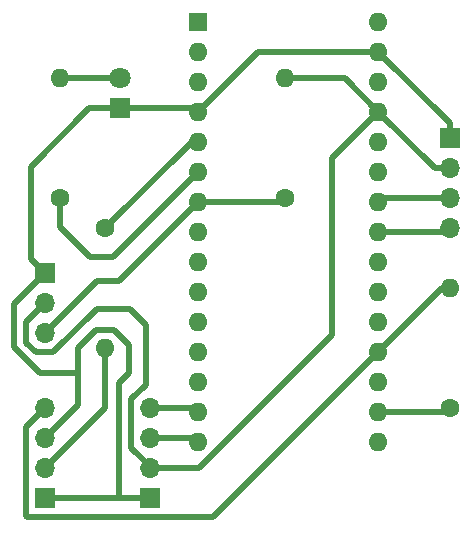
<source format=gbr>
G04 #@! TF.GenerationSoftware,KiCad,Pcbnew,5.1.6-c6e7f7d~87~ubuntu18.04.1*
G04 #@! TF.CreationDate,2020-07-18T15:18:28+01:00*
G04 #@! TF.ProjectId,turbid-pm,74757262-6964-42d7-906d-2e6b69636164,rev?*
G04 #@! TF.SameCoordinates,Original*
G04 #@! TF.FileFunction,Copper,L2,Bot*
G04 #@! TF.FilePolarity,Positive*
%FSLAX46Y46*%
G04 Gerber Fmt 4.6, Leading zero omitted, Abs format (unit mm)*
G04 Created by KiCad (PCBNEW 5.1.6-c6e7f7d~87~ubuntu18.04.1) date 2020-07-18 15:18:28*
%MOMM*%
%LPD*%
G01*
G04 APERTURE LIST*
G04 #@! TA.AperFunction,ComponentPad*
%ADD10R,1.600000X1.600000*%
G04 #@! TD*
G04 #@! TA.AperFunction,ComponentPad*
%ADD11O,1.600000X1.600000*%
G04 #@! TD*
G04 #@! TA.AperFunction,ComponentPad*
%ADD12R,1.800000X1.800000*%
G04 #@! TD*
G04 #@! TA.AperFunction,ComponentPad*
%ADD13C,1.800000*%
G04 #@! TD*
G04 #@! TA.AperFunction,ComponentPad*
%ADD14O,1.700000X1.700000*%
G04 #@! TD*
G04 #@! TA.AperFunction,ComponentPad*
%ADD15R,1.700000X1.700000*%
G04 #@! TD*
G04 #@! TA.AperFunction,ComponentPad*
%ADD16C,1.600000*%
G04 #@! TD*
G04 #@! TA.AperFunction,Conductor*
%ADD17C,0.500000*%
G04 #@! TD*
G04 APERTURE END LIST*
D10*
X122205001Y-61235001D03*
D11*
X137445001Y-94255001D03*
X122205001Y-63775001D03*
X137445001Y-91715001D03*
X122205001Y-66315001D03*
X137445001Y-89175001D03*
X122205001Y-68855001D03*
X137445001Y-86635001D03*
X122205001Y-71395001D03*
X137445001Y-84095001D03*
X122205001Y-73935001D03*
X137445001Y-81555001D03*
X122205001Y-76475001D03*
X137445001Y-79015001D03*
X122205001Y-79015001D03*
X137445001Y-76475001D03*
X122205001Y-81555001D03*
X137445001Y-73935001D03*
X122205001Y-84095001D03*
X137445001Y-71395001D03*
X122205001Y-86635001D03*
X137445001Y-68855001D03*
X122205001Y-89175001D03*
X137445001Y-66315001D03*
X122205001Y-91715001D03*
X137445001Y-63775001D03*
X122205001Y-94255001D03*
X137445001Y-61235001D03*
X122205001Y-96795001D03*
X137445001Y-96795001D03*
D12*
X115570000Y-68580000D03*
D13*
X115570000Y-66040000D03*
D14*
X143510000Y-78740000D03*
X143510000Y-76200000D03*
X143510000Y-73660000D03*
D15*
X143510000Y-71120000D03*
X118110000Y-101600000D03*
D14*
X118110000Y-99060000D03*
X118110000Y-96520000D03*
X118110000Y-93980000D03*
D15*
X109220000Y-101600000D03*
D14*
X109220000Y-99060000D03*
X109220000Y-96520000D03*
X109220000Y-93980000D03*
D15*
X109220000Y-82550000D03*
D14*
X109220000Y-85090000D03*
X109220000Y-87630000D03*
D11*
X114300000Y-88900000D03*
D16*
X114300000Y-78740000D03*
X143510000Y-93980000D03*
D11*
X143510000Y-83820000D03*
D16*
X110490000Y-76200000D03*
D11*
X110490000Y-66040000D03*
X129540000Y-66040000D03*
D16*
X129540000Y-76200000D03*
D17*
X123420001Y-103200001D02*
X126430371Y-100189631D01*
X107769999Y-103200001D02*
X123420001Y-103200001D01*
X107619999Y-103050001D02*
X107769999Y-103200001D01*
X107619999Y-95580001D02*
X107619999Y-103050001D01*
X109220000Y-93980000D02*
X107619999Y-95580001D01*
X126430371Y-100189631D02*
X137445001Y-89175001D01*
X142800002Y-83820000D02*
X143510000Y-83820000D01*
X137445001Y-89175001D02*
X142800002Y-83820000D01*
X121644999Y-71395001D02*
X122205001Y-71395001D01*
X114300000Y-78740000D02*
X121644999Y-71395001D01*
X114959062Y-81180940D02*
X122205001Y-73935001D01*
X113027460Y-81180940D02*
X114959062Y-81180940D01*
X110490000Y-76200000D02*
X110490000Y-78643480D01*
X110490000Y-78643480D02*
X113027460Y-81180940D01*
X129264999Y-76475001D02*
X129540000Y-76200000D01*
X122205001Y-76475001D02*
X129264999Y-76475001D01*
X113647220Y-83202780D02*
X109220000Y-87630000D01*
X122205001Y-76475001D02*
X115477222Y-83202780D01*
X115477222Y-83202780D02*
X113647220Y-83202780D01*
X114300000Y-93980000D02*
X109220000Y-99060000D01*
X114300000Y-88900000D02*
X114300000Y-93980000D01*
X143234999Y-94255001D02*
X143510000Y-93980000D01*
X137445001Y-94255001D02*
X143234999Y-94255001D01*
X115420140Y-101600000D02*
X118110000Y-101600000D01*
X109220000Y-101600000D02*
X115420140Y-101600000D01*
X121930000Y-68580000D02*
X122205001Y-68855001D01*
X115570000Y-68580000D02*
X121930000Y-68580000D01*
X143510000Y-69840000D02*
X143510000Y-71120000D01*
X137445001Y-63775001D02*
X143510000Y-69840000D01*
X127285001Y-63775001D02*
X137445001Y-63775001D01*
X122205001Y-68855001D02*
X127285001Y-63775001D01*
X109220000Y-101600000D02*
X118110000Y-101600000D01*
X108005880Y-81335880D02*
X109220000Y-82550000D01*
X108005880Y-73502520D02*
X108005880Y-81335880D01*
X115570000Y-68580000D02*
X112928400Y-68580000D01*
X112928400Y-68580000D02*
X108005880Y-73502520D01*
X115044001Y-87349999D02*
X116339620Y-88645618D01*
X113555999Y-87349999D02*
X115044001Y-87349999D01*
X115519200Y-92788569D02*
X115509988Y-92797781D01*
X115519200Y-101500940D02*
X115420140Y-101600000D01*
X112029240Y-88876758D02*
X113555999Y-87349999D01*
X116339620Y-88645618D02*
X116339620Y-90990420D01*
X116339620Y-90990420D02*
X115519200Y-91810840D01*
X109220000Y-96520000D02*
X112029240Y-93710760D01*
X115519200Y-97711431D02*
X115519200Y-101500940D01*
X115519200Y-91810840D02*
X115519200Y-92788569D01*
X115509988Y-92797781D02*
X115509988Y-95162219D01*
X115509988Y-95162219D02*
X115519200Y-95171431D01*
X115519200Y-95171431D02*
X115519200Y-95328569D01*
X115519200Y-95328569D02*
X115509988Y-95337781D01*
X115509988Y-95337781D02*
X115509988Y-97702219D01*
X115509988Y-97702219D02*
X115519200Y-97711431D01*
X106619989Y-88812218D02*
X108790571Y-90982800D01*
X106619989Y-85150011D02*
X106619989Y-88812218D01*
X109220000Y-82550000D02*
X106619989Y-85150011D01*
X108790571Y-90982800D02*
X112029240Y-90982800D01*
X112029240Y-93710760D02*
X112029240Y-90982800D01*
X112029240Y-90982800D02*
X112029240Y-88876758D01*
X134630000Y-66040000D02*
X137445001Y-68855001D01*
X129540000Y-66040000D02*
X134630000Y-66040000D01*
X142250000Y-73660000D02*
X143510000Y-73660000D01*
X137445001Y-68855001D02*
X142250000Y-73660000D01*
X133517640Y-72782362D02*
X137445001Y-68855001D01*
X133517640Y-87776364D02*
X133517640Y-72782362D01*
X118110000Y-99060000D02*
X122234004Y-99060000D01*
X122234004Y-99060000D02*
X133517640Y-87776364D01*
X107619999Y-88398001D02*
X107619999Y-86690001D01*
X113649001Y-85520000D02*
X109939000Y-89230001D01*
X116410000Y-85520000D02*
X113649001Y-85520000D01*
X117767100Y-86877100D02*
X116410000Y-85520000D01*
X117767100Y-91954898D02*
X117767100Y-86877100D01*
X109939000Y-89230001D02*
X108451999Y-89230001D01*
X116509999Y-93211999D02*
X117767100Y-91954898D01*
X116509999Y-94175381D02*
X116509999Y-93211999D01*
X118110000Y-98888002D02*
X116509999Y-97288001D01*
X118110000Y-99060000D02*
X118110000Y-98888002D01*
X116509999Y-95751997D02*
X116519210Y-95742786D01*
X116509999Y-97288001D02*
X116509999Y-95751997D01*
X108451999Y-89230001D02*
X107619999Y-88398001D01*
X116519210Y-95742786D02*
X116519210Y-94184592D01*
X107619999Y-86690001D02*
X109220000Y-85090000D01*
X116519210Y-94184592D02*
X116509999Y-94175381D01*
X115570000Y-66040000D02*
X110490000Y-66040000D01*
X143234999Y-79015001D02*
X143510000Y-78740000D01*
X137445001Y-79015001D02*
X143234999Y-79015001D01*
X137720002Y-76200000D02*
X137445001Y-76475001D01*
X143510000Y-76200000D02*
X137720002Y-76200000D01*
X121930000Y-93980000D02*
X122205001Y-94255001D01*
X118110000Y-93980000D02*
X121930000Y-93980000D01*
X121930000Y-96520000D02*
X122205001Y-96795001D01*
X118110000Y-96520000D02*
X121930000Y-96520000D01*
M02*

</source>
